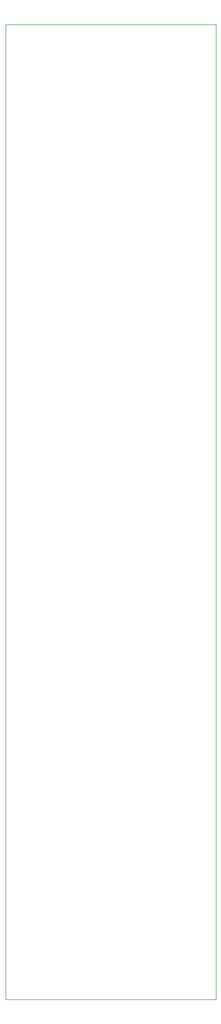
<source format=gbr>
%TF.GenerationSoftware,KiCad,Pcbnew,8.0.8*%
%TF.CreationDate,2025-03-24T10:48:51+01:00*%
%TF.ProjectId,Unit,556e6974-2e6b-4696-9361-645f70636258,rev?*%
%TF.SameCoordinates,Original*%
%TF.FileFunction,Profile,NP*%
%FSLAX46Y46*%
G04 Gerber Fmt 4.6, Leading zero omitted, Abs format (unit mm)*
G04 Created by KiCad (PCBNEW 8.0.8) date 2025-03-24 10:48:51*
%MOMM*%
%LPD*%
G01*
G04 APERTURE LIST*
%TA.AperFunction,Profile*%
%ADD10C,0.050000*%
%TD*%
G04 APERTURE END LIST*
D10*
X131969873Y-67780000D02*
X131969873Y-70780000D01*
X131969873Y-66780000D02*
X131969873Y-14780000D01*
X131969873Y-176280000D02*
X131969873Y-104030000D01*
X131969873Y-66780000D02*
X131969873Y-67780000D01*
X131969873Y-14780000D02*
X166969873Y-14780000D01*
X166969873Y-176280000D02*
X131969873Y-176280000D01*
X166969873Y-14780000D02*
X166969873Y-176280000D01*
X131969873Y-100280000D02*
X131969873Y-103280000D01*
X131969873Y-99530000D02*
X131969873Y-100280000D01*
X131969873Y-103280000D02*
X131969873Y-104030000D01*
X131969873Y-70780000D02*
X131969873Y-71780000D01*
X131969873Y-99530000D02*
X131969873Y-71780000D01*
M02*

</source>
